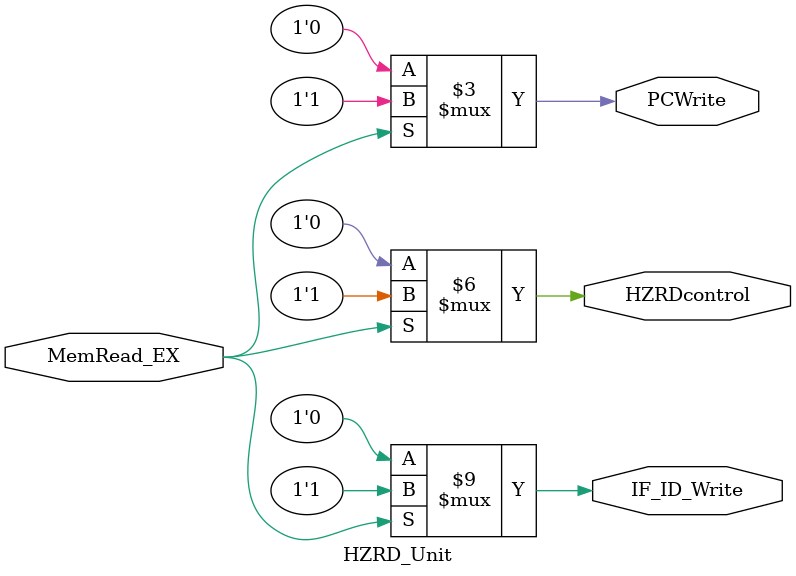
<source format=sv>
module HZRD_Unit(input MemRead_EX, output PCWrite, IF_ID_Write, HZRDcontrol);

always_comb
begin
    if(MemRead_EX)
        begin
            IF_ID_Write = 1;
            HZRDcontrol = 1;
            PCWrite = 1;
        end
    else 
        begin
            IF_ID_Write = 0;
            HZRDcontrol = 0;
            PCWrite = 0;
        end
end

endmodule
</source>
